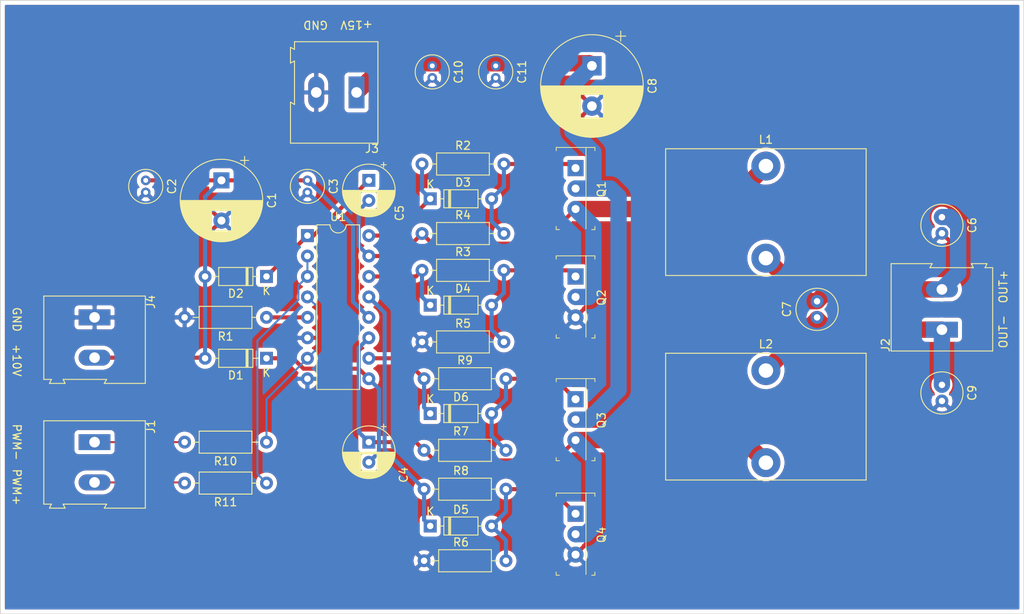
<source format=kicad_pcb>
(kicad_pcb (version 20171130) (host pcbnew "(5.1.10)-1")
  (layers (0 F.Cu signal hide) (31 B.Cu signal hide) (34 B.Paste user) (35 F.Paste user) (36 B.SilkS user) (37 F.SilkS user) (38 B.Mask user) (39 F.Mask user) (44 Edge.Cuts user))
  (net 0 "")
  (net 1 GND)
  (net 2 +15V)
  (net 3 "Net-(C4-Pad2)")
  (net 4 "Net-(C5-Pad1)")
  (net 5 Out+)
  (net 6 Out-)
  (net 7 "Net-(D3-Pad2)")
  (net 8 "Net-(D4-Pad2)")
  (net 9 "Net-(D5-Pad2)")
  (net 10 "Net-(D6-Pad2)")
  (net 11 PWM+)
  (net 12 PWM-)
  (net 13 "Net-(R1-Pad1)")
  (net 14 +10V)
  (net 15 "Net-(R10-Pad1)")
  (net 16 "Net-(R11-Pad1)")
  (net 17 /A_HI)
  (net 18 /B_HI)
  (net 19 /BHO)
  (net 20 /BLO)
  (net 21 /ALO)
  (net 22 /AHO)
  (module Capacitor_THT:C_Radial_D5.0mm_H11.0mm_P2.00mm (layer F.Cu) (at 193.04 123.952 270)
    (fp_text reference C9 (at 1 -3.75 90) (layer F.SilkS))
    (fp_text value C324C106K3R5TA)
    (pad 2 thru_hole circle (at 2 0 270) (size 1.6 1.6) (drill 0.8) (layers *.Cu *.Mask) (net 1 GND))
    (pad 1 thru_hole circle (at 0 0 270) (size 1.6 1.6) (drill 0.8) (layers *.Cu *.Mask) (net 6 Out-))
  )
  (module Capacitor_THT:C_Radial_D5.0mm_H11.0mm_P2.00mm (layer F.Cu) (at 177.546 115.57 90)
    (fp_text reference C7 (at 1 -3.75 90) (layer F.SilkS))
    (fp_text value C324C106K3R5TA)
    (pad 2 thru_hole circle (at 2 0 90) (size 1.6 1.6) (drill 0.8) (layers *.Cu *.Mask) (net 5 Out+))
    (pad 1 thru_hole circle (at 0 0 90) (size 1.6 1.6) (drill 0.8) (layers *.Cu *.Mask) (net 6 Out-))
  )
  (module Capacitor_THT:C_Radial_D5.0mm_H11.0mm_P2.00mm (layer F.Cu) (at 193.04 103.124 270)
    (fp_text reference C6 (at 1 -3.75 90) (layer F.SilkS))
    (fp_text value C324C106K3R5TA)
    (pad 2 thru_hole circle (at 2 0 270) (size 1.6 1.6) (drill 0.8) (layers *.Cu *.Mask) (net 1 GND))
    (pad 1 thru_hole circle (at 0 0 270) (size 1.6 1.6) (drill 0.8) (layers *.Cu *.Mask) (net 5 Out+))
  )
  (module Capacitor_THT:CP_Radial_D12.5mm_P5.00mm (layer F.Cu) (at 149.606 84.328 270)
    (fp_text reference C8 (at 2.5 -7.5 90) (layer F.SilkS))
    (fp_text value EEU-FC1H102L)
    (pad 2 thru_hole circle (at 5 0 270) (size 2.4 2.4) (drill 1.2) (layers *.Cu *.Mask) (net 1 GND))
    (pad 1 thru_hole rect (at 0 0 270) (size 2.4 2.4) (drill 1.2) (layers *.Cu *.Mask) (net 2 +15V))
  )
  (module Resistor_THT:R_Axial_DIN0207_L6.3mm_D2.5mm_P10.16mm_Horizontal (layer F.Cu) (at 109.22 136.144 180)
    (fp_text reference R11 (at 5.08 -2.37) (layer F.SilkS))
    (fp_text value 470)
    (pad 2 thru_hole oval (at 10.16 0 180) (size 1.6 1.6) (drill 0.8) (layers *.Cu *.Mask) (net 11 PWM+))
    (pad 1 thru_hole circle (at 0 0 180) (size 1.6 1.6) (drill 0.8) (layers *.Cu *.Mask) (net 16 "Net-(R11-Pad1)"))
  )
  (module Resistor_THT:R_Axial_DIN0207_L6.3mm_D2.5mm_P10.16mm_Horizontal (layer F.Cu) (at 109.22 131.064 180)
    (fp_text reference R10 (at 5.08 -2.37) (layer F.SilkS))
    (fp_text value 470)
    (pad 2 thru_hole oval (at 10.16 0 180) (size 1.6 1.6) (drill 0.8) (layers *.Cu *.Mask) (net 12 PWM-))
    (pad 1 thru_hole circle (at 0 0 180) (size 1.6 1.6) (drill 0.8) (layers *.Cu *.Mask) (net 15 "Net-(R10-Pad1)"))
  )
  (module Resistor_THT:R_Axial_DIN0207_L6.3mm_D2.5mm_P10.16mm_Horizontal (layer F.Cu) (at 128.778 123.19)
    (fp_text reference R9 (at 5.08 -2.286) (layer F.SilkS))
    (fp_text value 100)
    (pad 2 thru_hole oval (at 10.16 0) (size 1.6 1.6) (drill 0.8) (layers *.Cu *.Mask) (net 10 "Net-(D6-Pad2)"))
    (pad 1 thru_hole circle (at 0 0) (size 1.6 1.6) (drill 0.8) (layers *.Cu *.Mask) (net 22 /AHO))
  )
  (module Resistor_THT:R_Axial_DIN0207_L6.3mm_D2.5mm_P10.16mm_Horizontal (layer F.Cu) (at 128.778 136.906)
    (fp_text reference R8 (at 4.572 -2.286) (layer F.SilkS))
    (fp_text value 100)
    (pad 2 thru_hole oval (at 10.16 0) (size 1.6 1.6) (drill 0.8) (layers *.Cu *.Mask) (net 9 "Net-(D5-Pad2)"))
    (pad 1 thru_hole circle (at 0 0) (size 1.6 1.6) (drill 0.8) (layers *.Cu *.Mask) (net 21 /ALO))
  )
  (module Resistor_THT:R_Axial_DIN0207_L6.3mm_D2.5mm_P10.16mm_Horizontal (layer F.Cu) (at 128.778 132.08)
    (fp_text reference R7 (at 4.572 -2.37) (layer F.SilkS))
    (fp_text value 10k)
    (pad 2 thru_hole oval (at 10.16 0) (size 1.6 1.6) (drill 0.8) (layers *.Cu *.Mask) (net 10 "Net-(D6-Pad2)"))
    (pad 1 thru_hole circle (at 0 0) (size 1.6 1.6) (drill 0.8) (layers *.Cu *.Mask) (net 17 /A_HI))
  )
  (module Resistor_THT:R_Axial_DIN0207_L6.3mm_D2.5mm_P10.16mm_Horizontal (layer F.Cu) (at 128.778 145.796)
    (fp_text reference R6 (at 4.572 -2.286) (layer F.SilkS))
    (fp_text value 10k)
    (pad 2 thru_hole oval (at 10.16 0) (size 1.6 1.6) (drill 0.8) (layers *.Cu *.Mask) (net 9 "Net-(D5-Pad2)"))
    (pad 1 thru_hole circle (at 0 0) (size 1.6 1.6) (drill 0.8) (layers *.Cu *.Mask) (net 1 GND))
  )
  (module Resistor_THT:R_Axial_DIN0207_L6.3mm_D2.5mm_P10.16mm_Horizontal (layer F.Cu) (at 128.524 118.618)
    (fp_text reference R5 (at 5.08 -2.286) (layer F.SilkS))
    (fp_text value 10k)
    (pad 2 thru_hole oval (at 10.16 0) (size 1.6 1.6) (drill 0.8) (layers *.Cu *.Mask) (net 8 "Net-(D4-Pad2)"))
    (pad 1 thru_hole circle (at 0 0) (size 1.6 1.6) (drill 0.8) (layers *.Cu *.Mask) (net 1 GND))
  )
  (module Resistor_THT:R_Axial_DIN0207_L6.3mm_D2.5mm_P10.16mm_Horizontal (layer F.Cu) (at 128.524 105.156)
    (fp_text reference R4 (at 5.08 -2.286) (layer F.SilkS))
    (fp_text value 10k)
    (pad 2 thru_hole oval (at 10.16 0) (size 1.6 1.6) (drill 0.8) (layers *.Cu *.Mask) (net 7 "Net-(D3-Pad2)"))
    (pad 1 thru_hole circle (at 0 0) (size 1.6 1.6) (drill 0.8) (layers *.Cu *.Mask) (net 18 /B_HI))
  )
  (module Resistor_THT:R_Axial_DIN0207_L6.3mm_D2.5mm_P10.16mm_Horizontal (layer F.Cu) (at 138.684 109.728 180)
    (fp_text reference R3 (at 5.08 2.286) (layer F.SilkS))
    (fp_text value 100)
    (pad 2 thru_hole oval (at 10.16 0 180) (size 1.6 1.6) (drill 0.8) (layers *.Cu *.Mask) (net 20 /BLO))
    (pad 1 thru_hole circle (at 0 0 180) (size 1.6 1.6) (drill 0.8) (layers *.Cu *.Mask) (net 8 "Net-(D4-Pad2)"))
  )
  (module Resistor_THT:R_Axial_DIN0207_L6.3mm_D2.5mm_P10.16mm_Horizontal (layer F.Cu) (at 138.684 96.52 180)
    (fp_text reference R2 (at 5.08 2.286) (layer F.SilkS))
    (fp_text value 100)
    (pad 2 thru_hole oval (at 10.16 0 180) (size 1.6 1.6) (drill 0.8) (layers *.Cu *.Mask) (net 19 /BHO))
    (pad 1 thru_hole circle (at 0 0 180) (size 1.6 1.6) (drill 0.8) (layers *.Cu *.Mask) (net 7 "Net-(D3-Pad2)"))
  )
  (module Resistor_THT:R_Axial_DIN0207_L6.3mm_D2.5mm_P10.16mm_Horizontal (layer F.Cu) (at 109.22 115.57 180)
    (fp_text reference R1 (at 5.08 -2.37) (layer F.SilkS))
    (fp_text value 1K)
    (pad 2 thru_hole oval (at 10.16 0 180) (size 1.6 1.6) (drill 0.8) (layers *.Cu *.Mask) (net 1 GND))
    (pad 1 thru_hole circle (at 0 0 180) (size 1.6 1.6) (drill 0.8) (layers *.Cu *.Mask) (net 13 "Net-(R1-Pad1)"))
  )
  (module Inductor_THT:L_Toroid_Vertical_L24.6mm_W15.5mm_P11.44mm_Pulse_KM-4 (layer F.Cu) (at 171.196 122.174)
    (fp_text reference L2 (at 0 -3.28) (layer F.SilkS))
    (fp_text value 2216-V-RC)
    (pad 2 thru_hole circle (at 0 11.44) (size 3.6 3.6) (drill 1.8) (layers *.Cu *.Mask) (net 17 /A_HI))
    (pad 1 thru_hole circle (at 0 0) (size 3.6 3.6) (drill 1.8) (layers *.Cu *.Mask) (net 6 Out-))
  )
  (module Inductor_THT:L_Toroid_Vertical_L24.6mm_W15.5mm_P11.44mm_Pulse_KM-4 (layer F.Cu) (at 171.196 96.774)
    (fp_text reference L1 (at 0 -3.28) (layer F.SilkS))
    (fp_text value 2216-V-RC)
    (pad 2 thru_hole circle (at 0 11.44) (size 3.6 3.6) (drill 1.8) (layers *.Cu *.Mask) (net 5 Out+))
    (pad 1 thru_hole circle (at 0 0) (size 3.6 3.6) (drill 1.8) (layers *.Cu *.Mask) (net 18 /B_HI))
  )
  (module TerminalBlock:TerminalBlock_Altech_AK300-2_P5.00mm (layer F.Cu) (at 87.884 115.57 270)
    (fp_text reference J4 (at -1.92 -6.99 90) (layer F.SilkS))
    (fp_text value Driver_power)
    (pad 2 thru_hole oval (at 5 0 270) (size 1.98 3.96) (drill 1.32) (layers *.Cu *.Mask) (net 14 +10V))
    (pad 1 thru_hole rect (at 0 0 270) (size 1.98 3.96) (drill 1.32) (layers *.Cu *.Mask) (net 1 GND))
  )
  (module TerminalBlock:TerminalBlock_Altech_AK300-2_P5.00mm (layer F.Cu) (at 120.396 87.63 180)
    (fp_text reference J3 (at -1.92 -6.99) (layer F.SilkS))
    (fp_text value Amp_Power)
    (pad 2 thru_hole oval (at 5 0 180) (size 1.98 3.96) (drill 1.32) (layers *.Cu *.Mask) (net 1 GND))
    (pad 1 thru_hole rect (at 0 0 180) (size 1.98 3.96) (drill 1.32) (layers *.Cu *.Mask) (net 2 +15V))
  )
  (module TerminalBlock:TerminalBlock_Altech_AK300-2_P5.00mm (layer F.Cu) (at 193.04 117.094 90)
    (fp_text reference J2 (at -1.92 -6.99 90) (layer F.SilkS))
    (fp_text value "Audio OUTPUT")
    (pad 2 thru_hole oval (at 5 0 90) (size 1.98 3.96) (drill 1.32) (layers *.Cu *.Mask) (net 5 Out+))
    (pad 1 thru_hole rect (at 0 0 90) (size 1.98 3.96) (drill 1.32) (layers *.Cu *.Mask) (net 6 Out-))
  )
  (module TerminalBlock:TerminalBlock_Altech_AK300-2_P5.00mm (layer F.Cu) (at 87.884 131.064 270)
    (fp_text reference J1 (at -1.92 -6.99 90) (layer F.SilkS))
    (fp_text value "PWM INPUT")
    (pad 2 thru_hole oval (at 5 0 270) (size 1.98 3.96) (drill 1.32) (layers *.Cu *.Mask) (net 11 PWM+))
    (pad 1 thru_hole rect (at 0 0 270) (size 1.98 3.96) (drill 1.32) (layers *.Cu *.Mask) (net 12 PWM-))
  )
  (module Diode_THT:D_DO-35_SOD27_P7.62mm_Horizontal (layer F.Cu) (at 129.54 127.508)
    (fp_text reference D6 (at 3.81 -2.032) (layer F.SilkS))
    (fp_text value 1N4148)
    (fp_text user K (at 0 -1.8) (layer F.SilkS))
    (pad 2 thru_hole oval (at 7.62 0) (size 1.6 1.6) (drill 0.8) (layers *.Cu *.Mask) (net 10 "Net-(D6-Pad2)"))
    (pad 1 thru_hole rect (at 0 0) (size 1.6 1.6) (drill 0.8) (layers *.Cu *.Mask) (net 22 /AHO))
  )
  (module Diode_THT:D_DO-35_SOD27_P7.62mm_Horizontal (layer F.Cu) (at 129.54 141.478)
    (fp_text reference D5 (at 3.81 -2.032) (layer F.SilkS))
    (fp_text value 1N4148)
    (fp_text user K (at 0 -1.8) (layer F.SilkS))
    (pad 2 thru_hole oval (at 7.62 0) (size 1.6 1.6) (drill 0.8) (layers *.Cu *.Mask) (net 9 "Net-(D5-Pad2)"))
    (pad 1 thru_hole rect (at 0 0) (size 1.6 1.6) (drill 0.8) (layers *.Cu *.Mask) (net 21 /ALO))
  )
  (module Diode_THT:D_DO-35_SOD27_P7.62mm_Horizontal (layer F.Cu) (at 129.54 114.046)
    (fp_text reference D4 (at 4.064 -2.032) (layer F.SilkS))
    (fp_text value 1N4148)
    (fp_text user K (at 0 -1.8) (layer F.SilkS))
    (pad 2 thru_hole oval (at 7.62 0) (size 1.6 1.6) (drill 0.8) (layers *.Cu *.Mask) (net 8 "Net-(D4-Pad2)"))
    (pad 1 thru_hole rect (at 0 0) (size 1.6 1.6) (drill 0.8) (layers *.Cu *.Mask) (net 20 /BLO))
  )
  (module Diode_THT:D_DO-35_SOD27_P7.62mm_Horizontal (layer F.Cu) (at 129.54 100.838)
    (fp_text reference D3 (at 4.064 -2.032) (layer F.SilkS))
    (fp_text value 1N4148)
    (fp_text user K (at 0 -1.8) (layer F.SilkS))
    (pad 2 thru_hole oval (at 7.62 0) (size 1.6 1.6) (drill 0.8) (layers *.Cu *.Mask) (net 7 "Net-(D3-Pad2)"))
    (pad 1 thru_hole rect (at 0 0) (size 1.6 1.6) (drill 0.8) (layers *.Cu *.Mask) (net 19 /BHO))
  )
  (module Diode_THT:D_DO-35_SOD27_P7.62mm_Horizontal (layer F.Cu) (at 109.22 110.49 180)
    (fp_text reference D2 (at 3.81 -2.12) (layer F.SilkS))
    (fp_text value 1N4148)
    (fp_text user K (at 0 -1.8) (layer F.SilkS))
    (pad 2 thru_hole oval (at 7.62 0 180) (size 1.6 1.6) (drill 0.8) (layers *.Cu *.Mask) (net 14 +10V))
    (pad 1 thru_hole rect (at 0 0 180) (size 1.6 1.6) (drill 0.8) (layers *.Cu *.Mask) (net 4 "Net-(C5-Pad1)"))
  )
  (module Diode_THT:D_DO-35_SOD27_P7.62mm_Horizontal (layer F.Cu) (at 109.22 120.65 180)
    (fp_text reference D1 (at 3.81 -2.12) (layer F.SilkS))
    (fp_text value 1N4148)
    (fp_text user K (at 0 -1.8) (layer F.SilkS))
    (pad 2 thru_hole oval (at 7.62 0 180) (size 1.6 1.6) (drill 0.8) (layers *.Cu *.Mask) (net 14 +10V))
    (pad 1 thru_hole rect (at 0 0 180) (size 1.6 1.6) (drill 0.8) (layers *.Cu *.Mask) (net 3 "Net-(C4-Pad2)"))
  )
  (module Capacitor_THT:C_Radial_D4.0mm_H5.0mm_P1.50mm (layer F.Cu) (at 137.668 84.328 270)
    (fp_text reference C11 (at 0.75 -3.25 90) (layer F.SilkS))
    (fp_text value SR205C104MAATR1)
    (pad 2 thru_hole circle (at 1.5 0 270) (size 1.2 1.2) (drill 0.6) (layers *.Cu *.Mask) (net 1 GND))
    (pad 1 thru_hole circle (at 0 0 270) (size 1.2 1.2) (drill 0.6) (layers *.Cu *.Mask) (net 2 +15V))
  )
  (module Capacitor_THT:C_Radial_D4.0mm_H5.0mm_P1.50mm (layer F.Cu) (at 129.794 84.328 270)
    (fp_text reference C10 (at 0.75 -3.25 90) (layer F.SilkS))
    (fp_text value C324C106K3R5TA)
    (pad 2 thru_hole circle (at 1.5 0 270) (size 1.2 1.2) (drill 0.6) (layers *.Cu *.Mask) (net 1 GND))
    (pad 1 thru_hole circle (at 0 0 270) (size 1.2 1.2) (drill 0.6) (layers *.Cu *.Mask) (net 2 +15V))
  )
  (module Capacitor_THT:CP_Radial_D6.3mm_P2.50mm (layer F.Cu) (at 121.92 98.552 270)
    (fp_text reference C5 (at 4.064 -3.81 90) (layer F.SilkS))
    (fp_text value ECE-A1HN100U)
    (pad 2 thru_hole circle (at 2.5 0 270) (size 1.6 1.6) (drill 0.8) (layers *.Cu *.Mask) (net 18 /B_HI))
    (pad 1 thru_hole rect (at 0 0 270) (size 1.6 1.6) (drill 0.8) (layers *.Cu *.Mask) (net 4 "Net-(C5-Pad1)"))
  )
  (module Capacitor_THT:CP_Radial_D6.3mm_P2.50mm (layer F.Cu) (at 121.92 131.064 270)
    (fp_text reference C4 (at 4.064 -4.318 90) (layer F.SilkS))
    (fp_text value ECE-A1HN100U)
    (pad 2 thru_hole circle (at 2.5 0 270) (size 1.6 1.6) (drill 0.8) (layers *.Cu *.Mask) (net 3 "Net-(C4-Pad2)"))
    (pad 1 thru_hole rect (at 0 0 270) (size 1.6 1.6) (drill 0.8) (layers *.Cu *.Mask) (net 17 /A_HI))
  )
  (module Capacitor_THT:C_Radial_D4.0mm_H5.0mm_P1.50mm (layer F.Cu) (at 114.3 98.552 270)
    (fp_text reference C3 (at 0.75 -3.25 90) (layer F.SilkS))
    (fp_text value SR205C104MAATR1)
    (pad 2 thru_hole circle (at 1.5 0 270) (size 1.2 1.2) (drill 0.6) (layers *.Cu *.Mask) (net 1 GND))
    (pad 1 thru_hole circle (at 0 0 270) (size 1.2 1.2) (drill 0.6) (layers *.Cu *.Mask) (net 14 +10V))
  )
  (module Capacitor_THT:C_Radial_D4.0mm_H5.0mm_P1.50mm (layer F.Cu) (at 94.234 98.552 270)
    (fp_text reference C2 (at 0.75 -3.25 90) (layer F.SilkS))
    (fp_text value C324C106K3R5TA)
    (pad 2 thru_hole circle (at 1.5 0 270) (size 1.2 1.2) (drill 0.6) (layers *.Cu *.Mask) (net 1 GND))
    (pad 1 thru_hole circle (at 0 0 270) (size 1.2 1.2) (drill 0.6) (layers *.Cu *.Mask) (net 14 +10V))
  )
  (module Capacitor_THT:CP_Radial_D10.0mm_P5.00mm (layer F.Cu) (at 103.632 98.552 270)
    (fp_text reference C1 (at 2.5 -6.25 90) (layer F.SilkS))
    (fp_text value ECE-A1HN101U)
    (pad 2 thru_hole circle (at 5 0 270) (size 2 2) (drill 1) (layers *.Cu *.Mask) (net 1 GND))
    (pad 1 thru_hole rect (at 0 0 270) (size 2 2) (drill 1) (layers *.Cu *.Mask) (net 14 +10V))
  )
  (module digikey-footprints:TO-220-3 (layer F.Cu) (at 147.574 139.954 270)
    (fp_text reference Q4 (at 2.62 -3.22 90) (layer F.SilkS))
    (fp_text value IRF530A)
    (pad 3 thru_hole circle (at 5.08 0 270) (size 2 2) (drill 1) (layers *.Cu *.Mask) (net 1 GND))
    (pad 2 thru_hole circle (at 2.54 0 270) (size 2 2) (drill 1) (layers *.Cu *.Mask) (net 17 /A_HI))
    (pad 1 thru_hole rect (at 0 0 270) (size 2 2) (drill 1) (layers *.Cu *.Mask) (net 9 "Net-(D5-Pad2)"))
  )
  (module digikey-footprints:TO-220-3 (layer F.Cu) (at 147.574 125.73 270)
    (fp_text reference Q3 (at 2.62 -3.22 90) (layer F.SilkS))
    (fp_text value IRF530A)
    (pad 3 thru_hole circle (at 5.08 0 270) (size 2 2) (drill 1) (layers *.Cu *.Mask) (net 17 /A_HI))
    (pad 2 thru_hole circle (at 2.54 0 270) (size 2 2) (drill 1) (layers *.Cu *.Mask) (net 2 +15V))
    (pad 1 thru_hole rect (at 0 0 270) (size 2 2) (drill 1) (layers *.Cu *.Mask) (net 10 "Net-(D6-Pad2)"))
  )
  (module digikey-footprints:TO-220-3 (layer F.Cu) (at 147.574 110.49 270)
    (fp_text reference Q2 (at 2.62 -3.22 90) (layer F.SilkS))
    (fp_text value IRF530A)
    (pad 3 thru_hole circle (at 5.08 0 270) (size 2 2) (drill 1) (layers *.Cu *.Mask) (net 1 GND))
    (pad 2 thru_hole circle (at 2.54 0 270) (size 2 2) (drill 1) (layers *.Cu *.Mask) (net 18 /B_HI))
    (pad 1 thru_hole rect (at 0 0 270) (size 2 2) (drill 1) (layers *.Cu *.Mask) (net 8 "Net-(D4-Pad2)"))
  )
  (module digikey-footprints:TO-220-3 (layer F.Cu) (at 147.574 97.028 270)
    (fp_text reference Q1 (at 2.62 -3.22 90) (layer F.SilkS))
    (fp_text value IRF530A)
    (pad 3 thru_hole circle (at 5.08 0 270) (size 2 2) (drill 1) (layers *.Cu *.Mask) (net 18 /B_HI))
    (pad 2 thru_hole circle (at 2.54 0 270) (size 2 2) (drill 1) (layers *.Cu *.Mask) (net 2 +15V))
    (pad 1 thru_hole rect (at 0 0 270) (size 2 2) (drill 1) (layers *.Cu *.Mask) (net 7 "Net-(D3-Pad2)"))
  )
  (module Package_DIP:DIP-16_W7.62mm (layer F.Cu) (at 114.3 105.41)
    (fp_text reference U1 (at 3.81 -2.33) (layer F.SilkS))
    (fp_text value HIP4082IP)
    (pad 16 thru_hole oval (at 7.62 0) (size 1.6 1.6) (drill 0.8) (layers *.Cu *.Mask) (net 19 /BHO))
    (pad 8 thru_hole oval (at 0 17.78) (size 1.6 1.6) (drill 0.8) (layers *.Cu *.Mask) (net 1 GND))
    (pad 15 thru_hole oval (at 7.62 2.54) (size 1.6 1.6) (drill 0.8) (layers *.Cu *.Mask) (net 18 /B_HI))
    (pad 7 thru_hole oval (at 0 15.24) (size 1.6 1.6) (drill 0.8) (layers *.Cu *.Mask) (net 15 "Net-(R10-Pad1)"))
    (pad 14 thru_hole oval (at 7.62 5.08) (size 1.6 1.6) (drill 0.8) (layers *.Cu *.Mask) (net 20 /BLO))
    (pad 6 thru_hole oval (at 0 12.7) (size 1.6 1.6) (drill 0.8) (layers *.Cu *.Mask) (net 1 GND))
    (pad 13 thru_hole oval (at 7.62 7.62) (size 1.6 1.6) (drill 0.8) (layers *.Cu *.Mask) (net 21 /ALO))
    (pad 5 thru_hole oval (at 0 10.16) (size 1.6 1.6) (drill 0.8) (layers *.Cu *.Mask) (net 13 "Net-(R1-Pad1)"))
    (pad 12 thru_hole oval (at 7.62 10.16) (size 1.6 1.6) (drill 0.8) (layers *.Cu *.Mask) (net 14 +10V))
    (pad 4 thru_hole oval (at 0 7.62) (size 1.6 1.6) (drill 0.8) (layers *.Cu *.Mask) (net 15 "Net-(R10-Pad1)"))
    (pad 11 thru_hole oval (at 7.62 12.7) (size 1.6 1.6) (drill 0.8) (layers *.Cu *.Mask) (net 17 /A_HI))
    (pad 3 thru_hole oval (at 0 5.08) (size 1.6 1.6) (drill 0.8) (layers *.Cu *.Mask) (net 16 "Net-(R11-Pad1)"))
    (pad 10 thru_hole oval (at 7.62 15.24) (size 1.6 1.6) (drill 0.8) (layers *.Cu *.Mask) (net 22 /AHO))
    (pad 2 thru_hole oval (at 0 2.54) (size 1.6 1.6) (drill 0.8) (layers *.Cu *.Mask) (net 16 "Net-(R11-Pad1)"))
    (pad 9 thru_hole oval (at 7.62 17.78) (size 1.6 1.6) (drill 0.8) (layers *.Cu *.Mask) (net 3 "Net-(C4-Pad2)"))
    (pad 1 thru_hole rect (at 0 0) (size 1.6 1.6) (drill 0.8) (layers *.Cu *.Mask) (net 4 "Net-(C5-Pad1)"))
  )
  (gr_text OUT- (at 200.66 117.348 90) (layer F.SilkS) (effects (font (size 1 1))))
  (gr_text OUT+ (at 200.66 111.76 90) (layer F.SilkS) (effects (font (size 1 1))))
  (gr_text GND (at 115.316 79.248 180) (layer F.SilkS) (effects (font (size 1 1))))
  (gr_text +15V (at 120.396 79.248 180) (layer F.SilkS) (effects (font (size 1 1))))
  (gr_text GND (at 78.232 115.824 270) (layer F.SilkS) (effects (font (size 1 1))))
  (gr_text +10V (at 78.232 120.904 270) (layer F.SilkS) (effects (font (size 1 1))))
  (gr_text PWM- (at 78.232 131.064 270) (layer F.SilkS) (effects (font (size 1 1))))
  (gr_text PWM+ (at 78.232 136.652 270) (layer F.SilkS) (effects (font (size 1 1))))
  (gr_line (start 203.2 76.2) (end 203.2 152.4) (layer Edge.Cuts) (width 0.1))
  (gr_line (start 76.2 76.2) (end 203.2 76.2) (layer Edge.Cuts) (width 0.1))
  (gr_line (start 76.2 152.4) (end 76.2 76.2) (layer Edge.Cuts) (width 0.1))
  (gr_line (start 203.2 152.4) (end 76.2 152.4) (layer Edge.Cuts) (width 0.1))
  (segment (start 149.289999 84.011999) (end 149.606 84.328) (width 2.032) (layer F.Cu) (net 2))
  (segment (start 124.014001 84.011999) (end 149.289999 84.011999) (width 2.032) (layer F.Cu) (net 2))
  (segment (start 120.396 87.63) (end 124.014001 84.011999) (width 2.032) (layer F.Cu) (net 2))
  (segment (start 147.189999 92.455197) (end 149.790001 95.055199) (width 2.032) (layer B.Cu) (net 2))
  (segment (start 147.189999 86.744001) (end 147.189999 92.455197) (width 2.032) (layer B.Cu) (net 2))
  (segment (start 149.606 84.328) (end 147.189999 86.744001) (width 2.032) (layer B.Cu) (net 2))
  (segment (start 149.352 99.568) (end 147.574 99.568) (width 2.032) (layer B.Cu) (net 2))
  (segment (start 149.790001 99.129999) (end 149.352 99.568) (width 2.032) (layer B.Cu) (net 2))
  (segment (start 149.790001 95.055199) (end 149.790001 99.129999) (width 2.032) (layer B.Cu) (net 2))
  (segment (start 149.352 99.568) (end 151.892 99.568) (width 2.032) (layer B.Cu) (net 2))
  (segment (start 151.892 99.568) (end 152.908 100.584) (width 2.032) (layer B.Cu) (net 2))
  (segment (start 149.222802 128.27) (end 147.574 128.27) (width 2.032) (layer B.Cu) (net 2))
  (segment (start 152.908 124.584802) (end 149.222802 128.27) (width 2.032) (layer B.Cu) (net 2))
  (segment (start 152.908 100.584) (end 152.908 124.584802) (width 2.032) (layer B.Cu) (net 2))
  (segment (start 120.665999 121.935999) (end 121.92 123.19) (width 0.508) (layer F.Cu) (net 3))
  (segment (start 113.807999 121.935999) (end 120.665999 121.935999) (width 0.508) (layer F.Cu) (net 3))
  (segment (start 112.522 120.65) (end 113.807999 121.935999) (width 0.508) (layer F.Cu) (net 3))
  (segment (start 109.22 120.65) (end 112.522 120.65) (width 0.508) (layer F.Cu) (net 3))
  (segment (start 123.174001 124.444001) (end 121.92 123.19) (width 0.508) (layer B.Cu) (net 3))
  (segment (start 123.174001 132.309999) (end 123.174001 124.444001) (width 0.508) (layer B.Cu) (net 3))
  (segment (start 121.92 133.564) (end 123.174001 132.309999) (width 0.508) (layer B.Cu) (net 3))
  (segment (start 109.22 110.49) (end 114.3 105.41) (width 0.508) (layer F.Cu) (net 4))
  (segment (start 115.062 105.41) (end 121.92 98.552) (width 0.508) (layer F.Cu) (net 4))
  (segment (start 114.3 105.41) (end 115.062 105.41) (width 0.508) (layer F.Cu) (net 4))
  (segment (start 176.535999 113.553999) (end 177.546 113.553999) (width 2.032) (layer F.Cu) (net 5))
  (segment (start 171.196 108.214) (end 176.535999 113.553999) (width 2.032) (layer F.Cu) (net 5))
  (segment (start 179.005999 112.094) (end 177.546 113.553999) (width 2.032) (layer F.Cu) (net 5))
  (segment (start 193.04 112.094) (end 179.005999 112.094) (width 2.032) (layer F.Cu) (net 5))
  (segment (start 195.056001 104.156319) (end 194.007681 103.107999) (width 2.032) (layer B.Cu) (net 5))
  (segment (start 194.007681 103.107999) (end 193.04 103.107999) (width 2.032) (layer B.Cu) (net 5))
  (segment (start 195.056001 110.077999) (end 195.056001 104.156319) (width 2.032) (layer B.Cu) (net 5))
  (segment (start 193.04 112.094) (end 195.056001 110.077999) (width 2.032) (layer B.Cu) (net 5))
  (segment (start 193.04 117.094) (end 193.04 123.935999) (width 2.032) (layer B.Cu) (net 6))
  (segment (start 177.546 115.824) (end 177.546 115.786009) (width 2.032) (layer F.Cu) (net 6))
  (segment (start 171.196 122.174) (end 177.546 115.824) (width 2.032) (layer F.Cu) (net 6))
  (segment (start 178.853991 117.094) (end 177.546 115.786009) (width 2.032) (layer F.Cu) (net 6))
  (segment (start 193.04 117.094) (end 178.853991 117.094) (width 2.032) (layer F.Cu) (net 6))
  (segment (start 137.16 103.632) (end 138.684 105.156) (width 0.508) (layer B.Cu) (net 7))
  (segment (start 137.16 100.838) (end 137.16 103.632) (width 0.508) (layer B.Cu) (net 7))
  (segment (start 138.684 99.314) (end 137.16 100.838) (width 0.508) (layer B.Cu) (net 7))
  (segment (start 138.684 96.52) (end 138.684 99.314) (width 0.508) (layer B.Cu) (net 7))
  (segment (start 147.066 96.52) (end 147.574 97.028) (width 0.508) (layer F.Cu) (net 7))
  (segment (start 138.684 96.52) (end 147.066 96.52) (width 0.508) (layer F.Cu) (net 7))
  (segment (start 137.16 117.094) (end 138.684 118.618) (width 0.508) (layer B.Cu) (net 8))
  (segment (start 137.16 114.046) (end 137.16 117.094) (width 0.508) (layer B.Cu) (net 8))
  (segment (start 138.684 112.522) (end 137.16 114.046) (width 0.508) (layer B.Cu) (net 8))
  (segment (start 138.684 109.728) (end 138.684 112.522) (width 0.508) (layer B.Cu) (net 8))
  (segment (start 146.812 109.728) (end 147.574 110.49) (width 0.508) (layer F.Cu) (net 8))
  (segment (start 138.684 109.728) (end 146.812 109.728) (width 0.508) (layer F.Cu) (net 8))
  (segment (start 138.938 139.7) (end 137.16 141.478) (width 0.508) (layer B.Cu) (net 9))
  (segment (start 138.938 136.906) (end 138.938 139.7) (width 0.508) (layer B.Cu) (net 9))
  (segment (start 138.938 143.256) (end 137.16 141.478) (width 0.508) (layer B.Cu) (net 9))
  (segment (start 138.938 145.796) (end 138.938 143.256) (width 0.508) (layer B.Cu) (net 9))
  (segment (start 144.526 136.906) (end 147.574 139.954) (width 0.508) (layer F.Cu) (net 9))
  (segment (start 138.938 136.906) (end 144.526 136.906) (width 0.508) (layer F.Cu) (net 9))
  (segment (start 137.16 130.302) (end 138.938 132.08) (width 0.508) (layer B.Cu) (net 10))
  (segment (start 137.16 127.508) (end 137.16 130.302) (width 0.508) (layer B.Cu) (net 10))
  (segment (start 138.938 125.73) (end 137.16 127.508) (width 0.508) (layer B.Cu) (net 10))
  (segment (start 138.938 123.19) (end 138.938 125.73) (width 0.508) (layer B.Cu) (net 10))
  (segment (start 145.034 123.19) (end 147.574 125.73) (width 0.508) (layer F.Cu) (net 10))
  (segment (start 138.938 123.19) (end 145.034 123.19) (width 0.508) (layer F.Cu) (net 10))
  (segment (start 98.98 136.064) (end 99.06 136.144) (width 0.25) (layer F.Cu) (net 11))
  (segment (start 87.884 136.064) (end 98.98 136.064) (width 0.25) (layer F.Cu) (net 11))
  (segment (start 87.884 131.064) (end 99.06 131.064) (width 0.25) (layer F.Cu) (net 12))
  (segment (start 109.22 115.57) (end 114.3 115.57) (width 0.508) (layer F.Cu) (net 13))
  (segment (start 101.6 120.65) (end 101.6 110.49) (width 0.508) (layer B.Cu) (net 14))
  (segment (start 101.6 100.584) (end 103.632 98.552) (width 0.508) (layer B.Cu) (net 14))
  (segment (start 101.6 110.49) (end 101.6 100.584) (width 0.508) (layer B.Cu) (net 14))
  (segment (start 94.234 98.552) (end 114.3 98.552) (width 0.508) (layer F.Cu) (net 14))
  (segment (start 119.957989 113.607989) (end 121.92 115.57) (width 0.508) (layer B.Cu) (net 14))
  (segment (start 119.957989 104.150067) (end 119.957989 113.607989) (width 0.508) (layer B.Cu) (net 14))
  (segment (start 114.491999 98.997999) (end 114.805921 98.997999) (width 0.508) (layer B.Cu) (net 14))
  (segment (start 114.805921 98.997999) (end 119.957989 104.150067) (width 0.508) (layer B.Cu) (net 14))
  (segment (start 114.3 98.806) (end 114.491999 98.997999) (width 0.508) (layer B.Cu) (net 14))
  (segment (start 114.3 98.552) (end 114.3 98.806) (width 0.508) (layer B.Cu) (net 14))
  (segment (start 101.52 120.57) (end 101.6 120.65) (width 0.508) (layer F.Cu) (net 14))
  (segment (start 87.884 120.57) (end 101.52 120.57) (width 0.508) (layer F.Cu) (net 14))
  (segment (start 109.22 125.73) (end 114.3 120.65) (width 0.25) (layer B.Cu) (net 15))
  (segment (start 109.22 131.064) (end 109.22 125.73) (width 0.25) (layer B.Cu) (net 15))
  (segment (start 115.425001 114.155001) (end 114.3 113.03) (width 0.25) (layer B.Cu) (net 15))
  (segment (start 115.425001 119.524999) (end 115.425001 114.155001) (width 0.25) (layer B.Cu) (net 15))
  (segment (start 114.3 120.65) (end 115.425001 119.524999) (width 0.25) (layer B.Cu) (net 15))
  (segment (start 113.174999 111.615001) (end 114.3 110.49) (width 0.25) (layer B.Cu) (net 16))
  (segment (start 113.174999 113.393001) (end 113.174999 111.615001) (width 0.25) (layer B.Cu) (net 16))
  (segment (start 108.094999 118.473001) (end 113.174999 113.393001) (width 0.25) (layer B.Cu) (net 16))
  (segment (start 108.094999 135.018999) (end 108.094999 118.473001) (width 0.25) (layer B.Cu) (net 16))
  (segment (start 109.22 136.144) (end 108.094999 135.018999) (width 0.25) (layer B.Cu) (net 16))
  (segment (start 114.3 110.49) (end 114.3 107.95) (width 0.25) (layer B.Cu) (net 16))
  (segment (start 120.665999 129.809999) (end 121.92 131.064) (width 0.508) (layer B.Cu) (net 17))
  (segment (start 120.665999 119.364001) (end 120.665999 129.809999) (width 0.508) (layer B.Cu) (net 17))
  (segment (start 121.92 118.11) (end 120.665999 119.364001) (width 0.508) (layer B.Cu) (net 17))
  (segment (start 127.762 131.064) (end 128.778 132.08) (width 0.508) (layer F.Cu) (net 17))
  (segment (start 121.92 131.064) (end 127.762 131.064) (width 0.508) (layer F.Cu) (net 17))
  (segment (start 168.392 130.81) (end 171.196 133.614) (width 2.032) (layer F.Cu) (net 17))
  (segment (start 147.574 130.81) (end 168.392 130.81) (width 2.032) (layer F.Cu) (net 17))
  (segment (start 148.844 142.494) (end 147.574 142.494) (width 2.032) (layer B.Cu) (net 17))
  (segment (start 149.790001 141.547999) (end 148.844 142.494) (width 2.032) (layer B.Cu) (net 17))
  (segment (start 149.790001 133.026001) (end 149.790001 141.547999) (width 2.032) (layer B.Cu) (net 17))
  (segment (start 147.574 130.81) (end 149.790001 133.026001) (width 2.032) (layer B.Cu) (net 17))
  (segment (start 145.049999 133.334001) (end 147.574 130.81) (width 0.508) (layer F.Cu) (net 17))
  (segment (start 130.032001 133.334001) (end 145.049999 133.334001) (width 0.508) (layer F.Cu) (net 17))
  (segment (start 128.778 132.08) (end 130.032001 133.334001) (width 0.508) (layer F.Cu) (net 17))
  (segment (start 120.665999 106.695999) (end 121.92 107.95) (width 0.508) (layer B.Cu) (net 18))
  (segment (start 120.665999 102.306001) (end 120.665999 106.695999) (width 0.508) (layer B.Cu) (net 18))
  (segment (start 121.92 101.052) (end 120.665999 102.306001) (width 0.508) (layer B.Cu) (net 18))
  (segment (start 125.73 107.95) (end 128.524 105.156) (width 0.508) (layer F.Cu) (net 18))
  (segment (start 121.92 107.95) (end 125.73 107.95) (width 0.508) (layer F.Cu) (net 18))
  (segment (start 143.271999 106.410001) (end 147.574 102.108) (width 0.508) (layer F.Cu) (net 18))
  (segment (start 129.778001 106.410001) (end 143.271999 106.410001) (width 0.508) (layer F.Cu) (net 18))
  (segment (start 128.524 105.156) (end 129.778001 106.410001) (width 0.508) (layer F.Cu) (net 18))
  (segment (start 165.862 102.108) (end 171.196 96.774) (width 2.032) (layer F.Cu) (net 18))
  (segment (start 147.574 102.108) (end 165.862 102.108) (width 2.032) (layer F.Cu) (net 18))
  (segment (start 149.222802 113.03) (end 147.574 113.03) (width 2.032) (layer B.Cu) (net 18))
  (segment (start 149.790001 112.462801) (end 149.222802 113.03) (width 2.032) (layer B.Cu) (net 18))
  (segment (start 149.790001 104.324001) (end 149.790001 112.462801) (width 2.032) (layer B.Cu) (net 18))
  (segment (start 147.574 102.108) (end 149.790001 104.324001) (width 2.032) (layer B.Cu) (net 18))
  (segment (start 124.968 105.41) (end 129.54 100.838) (width 0.508) (layer F.Cu) (net 19))
  (segment (start 121.92 105.41) (end 124.968 105.41) (width 0.508) (layer F.Cu) (net 19))
  (segment (start 128.524 99.822) (end 129.54 100.838) (width 0.508) (layer B.Cu) (net 19))
  (segment (start 128.524 96.52) (end 128.524 99.822) (width 0.508) (layer B.Cu) (net 19))
  (segment (start 127.762 110.49) (end 128.524 109.728) (width 0.508) (layer F.Cu) (net 20))
  (segment (start 121.92 110.49) (end 127.762 110.49) (width 0.508) (layer F.Cu) (net 20))
  (segment (start 128.524 113.03) (end 129.54 114.046) (width 0.508) (layer B.Cu) (net 20))
  (segment (start 128.524 109.728) (end 128.524 113.03) (width 0.508) (layer B.Cu) (net 20))
  (segment (start 123.882011 132.010011) (end 128.778 136.906) (width 0.508) (layer B.Cu) (net 21))
  (segment (start 123.882011 114.992011) (end 123.882011 132.010011) (width 0.508) (layer B.Cu) (net 21))
  (segment (start 121.92 113.03) (end 123.882011 114.992011) (width 0.508) (layer B.Cu) (net 21))
  (segment (start 128.778 140.716) (end 129.54 141.478) (width 0.508) (layer B.Cu) (net 21))
  (segment (start 128.778 136.906) (end 128.778 140.716) (width 0.508) (layer B.Cu) (net 21))
  (segment (start 126.238 120.65) (end 128.778 123.19) (width 0.508) (layer F.Cu) (net 22))
  (segment (start 121.92 120.65) (end 126.238 120.65) (width 0.508) (layer F.Cu) (net 22))
  (segment (start 128.778 126.746) (end 129.54 127.508) (width 0.508) (layer B.Cu) (net 22))
  (segment (start 128.778 123.19) (end 128.778 126.746) (width 0.508) (layer B.Cu) (net 22))
  (zone (net 1) (net_name GND) (layer F.Cu) (connect_pads (clearance 0.508)) (min_thickness 0.254) (fill yes (arc_segments 32) (thermal_gap 0.508) (thermal_bridge_width 0.508))
    (polygon (pts (xy 204.724 154.94) (xy 74.676 154.432) (xy 74.676 74.676) (xy 204.724 74.676)))
  )
  (zone (net 1) (net_name GND) (layer B.Cu) (connect_pads (clearance 0.508)) (min_thickness 0.254) (fill yes (arc_segments 32) (thermal_gap 0.508) (thermal_bridge_width 0.508))
    (polygon (pts (xy 204.724 74.676) (xy 205.232 154.94) (xy 74.676 153.924) (xy 74.676 74.168)))
  )
)
</source>
